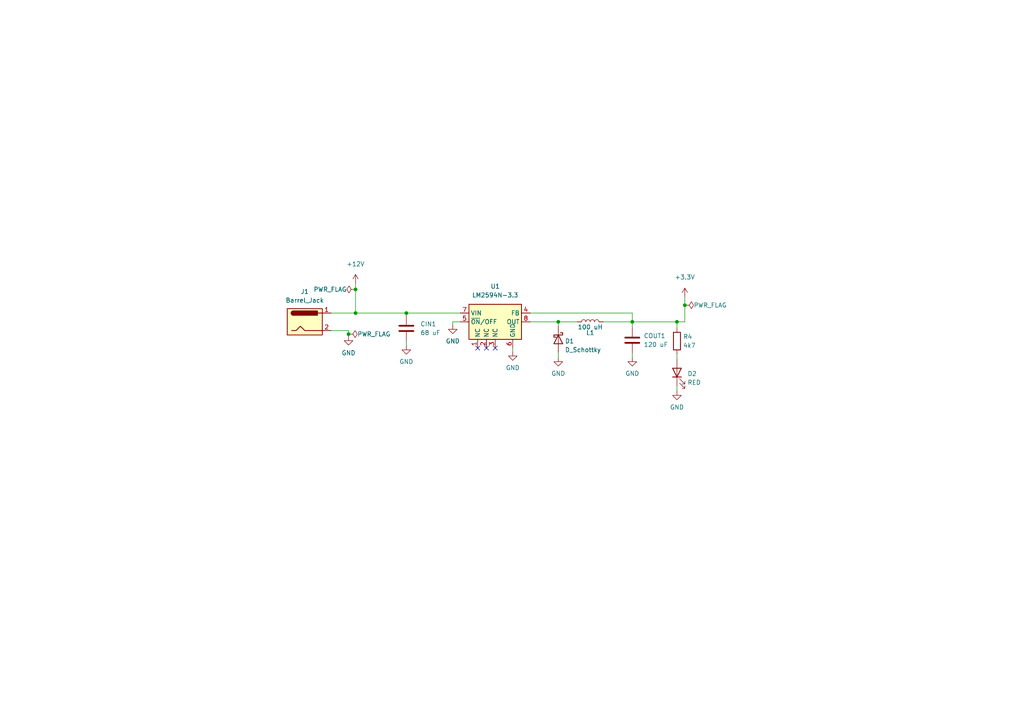
<source format=kicad_sch>
(kicad_sch (version 20211123) (generator eeschema)
  (paper "A4")
  (title_block (title "Power Supply") (date "2024-05-13"))
  (lib_symbols
    (symbol "Connector:Barrel_Jack" (pin_names (offset 1.016))
      (property "Reference" "J" (at 0 5.334 0))
      (property "Value" "Barrel_Jack" (at 0 -5.08 0))
      (symbol "Barrel_Jack_0_1"
        (rectangle (start -5.08 3.81) (end 5.08 -3.81) (stroke (width 0.254)) (fill (type background)))
        (arc (start -3.302 3.175) (mid -3.937 2.54) (end -3.302 1.905) (stroke (width 0.254)))
        (arc (start -3.302 3.175) (mid -3.937 2.54) (end -3.302 1.905) (stroke (width 0.254)) (fill (type outline)))
        (polyline (pts (xy 5.08 2.54) (xy 3.81 2.54)) (stroke (width 0.254)))
        (polyline (pts (xy -3.81 -2.54) (xy -2.54 -2.54) (xy -1.27 -1.27) (xy 0 -2.54) (xy 2.54 -2.54) (xy 5.08 -2.54)) (stroke (width 0.254)))
        (rectangle (start 3.683 3.175) (end -3.302 1.905) (stroke (width 0.254)) (fill (type outline)))
      )
      (symbol "Barrel_Jack_1_1"
        (pin passive line (at 7.62 2.54 180) (length 2.54) (name "~") (number "1"))
        (pin passive line (at 7.62 -2.54 180) (length 2.54) (name "~") (number "2"))
      )
    )
    (symbol "Device:C" (pin_numbers hide) (pin_names (offset 0.254))
      (property "Reference" "C" (at 0.635 2.54 0))
      (property "Value" "C" (at 0.635 -2.54 0))
      (symbol "C_0_1"
        (polyline (pts (xy -2.032 -0.762) (xy 2.032 -0.762)) (stroke (width 0.508)))
        (polyline (pts (xy -2.032 0.762) (xy 2.032 0.762)) (stroke (width 0.508)))
      )
      (symbol "C_1_1"
        (pin passive line (at 0 3.81 270) (length 2.794) (name "~") (number "1"))
        (pin passive line (at 0 -3.81 90) (length 2.794) (name "~") (number "2"))
      )
    )
    (symbol "Device:D_Schottky" (pin_numbers hide) (pin_names (offset 1.016) hide)
      (property "Reference" "D" (at 0 2.54 0))
      (property "Value" "D_Schottky" (at 0 -2.54 0))
      (symbol "D_Schottky_0_1"
        (polyline (pts (xy 1.27 0) (xy -1.27 0)))
        (polyline (pts (xy 1.27 1.27) (xy 1.27 -1.27) (xy -1.27 0) (xy 1.27 1.27)) (stroke (width 0.254)))
        (polyline (pts (xy -1.905 0.635) (xy -1.905 1.27) (xy -1.27 1.27) (xy -1.27 -1.27) (xy -0.635 -1.27) (xy -0.635 -0.635)) (stroke (width 0.254)))
      )
      (symbol "D_Schottky_1_1"
        (pin passive line (at -3.81 0 0) (length 2.54) (name "K") (number "1"))
        (pin passive line (at 3.81 0 180) (length 2.54) (name "A") (number "2"))
      )
    )
    (symbol "Device:L" (pin_numbers hide) (pin_names (offset 1.016) hide)
      (property "Reference" "L" (at -1.27 0 90))
      (property "Value" "L" (at 1.905 0 90))
      (symbol "L_0_1"
        (arc (start 0 -2.54) (mid 0.635 -1.905) (end 0 -1.27))
        (arc (start 0 -1.27) (mid 0.635 -0.635) (end 0 0))
        (arc (start 0 0) (mid 0.635 0.635) (end 0 1.27))
        (arc (start 0 1.27) (mid 0.635 1.905) (end 0 2.54))
      )
      (symbol "L_1_1"
        (pin passive line (at 0 3.81 270) (length 1.27) (name "1") (number "1"))
        (pin passive line (at 0 -3.81 90) (length 1.27) (name "2") (number "2"))
      )
    )
    (symbol "Device:LED" (pin_numbers hide) (pin_names (offset 1.016) hide)
      (property "Reference" "D" (at 0 2.54 0))
      (property "Value" "LED" (at 0 -2.54 0))
      (symbol "LED_0_1"
        (polyline (pts (xy -1.27 -1.27) (xy -1.27 1.27)) (stroke (width 0.254)))
        (polyline (pts (xy -1.27 0) (xy 1.27 0)))
        (polyline (pts (xy 1.27 -1.27) (xy 1.27 1.27) (xy -1.27 0) (xy 1.27 -1.27)) (stroke (width 0.254)))
        (polyline (pts (xy -3.048 -0.762) (xy -4.572 -2.286) (xy -3.81 -2.286) (xy -4.572 -2.286) (xy -4.572 -1.524)))
        (polyline (pts (xy -1.778 -0.762) (xy -3.302 -2.286) (xy -2.54 -2.286) (xy -3.302 -2.286) (xy -3.302 -1.524)))
      )
      (symbol "LED_1_1"
        (pin passive line (at -3.81 0 0) (length 2.54) (name "K") (number "1"))
        (pin passive line (at 3.81 0 180) (length 2.54) (name "A") (number "2"))
      )
    )
    (symbol "Device:R" (pin_numbers hide) (pin_names (offset 0))
      (property "Reference" "R" (at 2.032 0 90))
      (property "Value" "R" (at 0 0 90))
      (symbol "R_0_1"
        (rectangle (start -1.016 -2.54) (end 1.016 2.54) (stroke (width 0.254)))
      )
      (symbol "R_1_1"
        (pin passive line (at 0 3.81 270) (length 1.27) (name "~") (number "1"))
        (pin passive line (at 0 -3.81 90) (length 1.27) (name "~") (number "2"))
      )
    )
    (symbol "Regulator_Switching:LM2594N-3.3"
      (property "Reference" "U" (at -7.62 6.35 0))
      (property "Value" "LM2594N-3.3" (at 0 6.35 0))
      (symbol "LM2594N-3.3_0_1"
        (rectangle (start -7.62 5.08) (end 7.62 -5.08) (stroke (width 0.254)) (fill (type background)))
      )
      (symbol "LM2594N-3.3_1_1"
        (pin passive line (at -5.08 -7.62 90) (length 2.54) (name "NC") (number "1"))
        (pin passive line (at -2.54 -7.62 90) (length 2.54) (name "NC") (number "2"))
        (pin passive line (at 0 -7.62 90) (length 2.54) (name "NC") (number "3"))
        (pin input line (at 10.16 2.54 180) (length 2.54) (name "FB") (number "4"))
        (pin input line (at -10.16 0 0) (length 2.54) (name "~{ON}/OFF") (number "5"))
        (pin power_in line (at 5.08 -7.62 90) (length 2.54) (name "GND") (number "6"))
        (pin power_in line (at -10.16 2.54 0) (length 2.54) (name "VIN") (number "7"))
        (pin output line (at 10.16 0 180) (length 2.54) (name "OUT") (number "8"))
      )
    )
    (symbol "power:+12V" (power) (pin_names (offset 0))
      (property "Value" "+12V" (at 0 3.556 0))
      (symbol "+12V_0_1"
        (polyline (pts (xy -0.762 1.27) (xy 0 2.54)))
        (polyline (pts (xy 0 0) (xy 0 2.54)))
        (polyline (pts (xy 0 2.54) (xy 0.762 1.27)))
      )
      (symbol "+12V_1_1"
        (pin power_in line (at 0 0 90) (length 0) hide (name "+12V") (number "1"))
      )
    )
    (symbol "power:+3.3V" (power) (pin_names (offset 0))
      (property "Value" "+3.3V" (at 0 3.556 0))
      (symbol "+3.3V_0_1"
        (polyline (pts (xy -0.762 1.27) (xy 0 2.54)))
        (polyline (pts (xy 0 0) (xy 0 2.54)))
        (polyline (pts (xy 0 2.54) (xy 0.762 1.27)))
      )
      (symbol "+3.3V_1_1"
        (pin power_in line (at 0 0 90) (length 0) hide (name "+3.3V") (number "1"))
      )
    )
    (symbol "power:GND" (power) (pin_names (offset 0))
      (property "Value" "GND" (at 0 -3.81 0))
      (symbol "GND_0_1"
        (polyline (pts (xy 0 0) (xy 0 -1.27) (xy 1.27 -1.27) (xy 0 -2.54) (xy -1.27 -1.27) (xy 0 -1.27)))
      )
      (symbol "GND_1_1"
        (pin power_in line (at 0 0 270) (length 0) hide (name "GND") (number "1"))
      )
    )
    (symbol "power:PWR_FLAG" (power) (pin_numbers hide) (pin_names (offset 0) hide)
      (property "Value" "PWR_FLAG" (at 0 3.81 0))
      (symbol "PWR_FLAG_0_0"
        (pin power_out line (at 0 0 90) (length 0) (name "pwr") (number "1"))
      )
      (symbol "PWR_FLAG_0_1"
        (polyline (pts (xy 0 0) (xy 0 1.27) (xy -1.016 1.905) (xy 0 2.54) (xy 1.016 1.905) (xy 0 1.27)))
      )
    )
  )
  (junction (at 117.856 90.805))
  (junction (at 101.092 96.901))
  (junction (at 103.124 83.947))
  (junction (at 198.628 88.519))
  (junction (at 183.388 93.345))
  (junction (at 161.925 93.345))
  (junction (at 103.124 90.805))
  (junction (at 196.342 93.345))
  (no_connect (at 138.557 100.965))
  (no_connect (at 143.637 100.965))
  (no_connect (at 141.097 100.965))
  (wire (pts (xy 198.628 88.519) (xy 198.628 93.345)))
  (wire (pts (xy 161.925 93.345) (xy 167.386 93.345)))
  (wire (pts (xy 198.628 86.106) (xy 198.628 88.519)))
  (wire (pts (xy 131.318 93.345) (xy 131.318 94.234)))
  (wire (pts (xy 103.124 90.805) (xy 117.856 90.805)))
  (wire (pts (xy 183.388 93.345) (xy 196.342 93.345)))
  (wire (pts (xy 103.124 83.947) (xy 103.124 90.805)))
  (wire (pts (xy 153.797 93.345) (xy 161.925 93.345)))
  (wire (pts (xy 175.006 93.345) (xy 183.388 93.345)))
  (wire (pts (xy 96.012 90.805) (xy 103.124 90.805)))
  (wire (pts (xy 161.925 102.235) (xy 161.925 103.632)))
  (wire (pts (xy 103.124 82.169) (xy 103.124 83.947)))
  (wire (pts (xy 153.797 90.805) (xy 183.388 90.805)))
  (wire (pts (xy 117.856 99.06) (xy 117.856 100.203)))
  (wire (pts (xy 161.925 93.345) (xy 161.925 94.615)))
  (wire (pts (xy 101.092 95.885) (xy 101.092 96.901)))
  (wire (pts (xy 133.477 93.345) (xy 131.318 93.345)))
  (wire (pts (xy 96.012 95.885) (xy 101.092 95.885)))
  (wire (pts (xy 196.342 111.887) (xy 196.342 113.411)))
  (wire (pts (xy 183.388 93.345) (xy 183.388 94.869)))
  (wire (pts (xy 196.342 93.345) (xy 196.342 95.123)))
  (wire (pts (xy 183.388 102.489) (xy 183.388 103.632)))
  (wire (pts (xy 183.388 90.805) (xy 183.388 93.345)))
  (wire (pts (xy 196.342 102.743) (xy 196.342 104.267)))
  (wire (pts (xy 117.856 90.805) (xy 117.856 91.44)))
  (wire (pts (xy 117.856 90.805) (xy 133.477 90.805)))
  (wire (pts (xy 196.342 93.345) (xy 198.628 93.345)))
  (wire (pts (xy 101.092 96.901) (xy 101.092 97.536)))
  (wire (pts (xy 148.717 100.965) (xy 148.717 101.981)))
  (symbol (lib_id "power:GND") (at 183.388 103.632 0) (unit 1)
    (property "Reference" "#PWR0122" (effects hide))
    (property "Value" "GND" (at 183.388 108.331 0))
  )
  (symbol (lib_id "Device:L") (at 171.196 93.345 90) (unit 1)
    (property "Reference" "L1" (at 171.196 96.52 90))
    (property "Value" "100 uH" (at 171.196 94.869 90))
    (property "Footprint" "Inductor_THT:L_Axial_L9.5mm_D4.0mm_P2.54mm_Vertical_Fastron_SMCC" (effects hide))
  )
  (symbol (lib_id "Device:R") (at 196.342 98.933 0) (unit 1)
    (property "Reference" "R4" (at 198.12 97.6629 0) (effects (justify left)))
    (property "Value" "4k7" (at 198.12 100.2029 0) (effects (justify left)))
    (property "Footprint" "Resistor_SMD:R_4020_10251Metric_Pad1.65x5.30mm_HandSolder" (effects hide))
  )
  (symbol (lib_id "Regulator_Switching:LM2594N-3.3") (at 143.637 93.345 0) (unit 1)
    (property "Reference" "U1" (at 143.637 83.058 0))
    (property "Value" "LM2594N-3.3" (at 143.637 85.598 0))
    (property "Footprint" "Package_DIP:DIP-8_W7.62mm" (effects hide))
    (property "Datasheet" "http://www.ti.com/lit/ds/symlink/lm2594.pdf" (effects hide))
  )
  (symbol (lib_id "power:GND") (at 131.318 94.234 0) (unit 1)
    (property "Reference" "#PWR0120" (effects hide))
    (property "Value" "GND" (at 131.318 98.933 0))
  )
  (symbol (lib_id "Device:D_Schottky") (at 161.925 98.425 270) (unit 1)
    (property "Reference" "D1" (at 163.83 98.933 90) (effects (justify left)))
    (property "Value" "D_Schottky" (at 163.83 101.473 90) (effects (justify left)))
    (property "Footprint" "Diode_SMD:D_3220_8050Metric_Pad2.65x5.15mm_HandSolder" (effects hide))
  )
  (symbol (lib_id "power:PWR_FLAG") (at 198.628 88.519 270) (unit 1)
    (property "Reference" "#FLG0105" (effects hide))
    (property "Value" "PWR_FLAG" (at 205.994 88.519 90))
  )
  (symbol (lib_id "Device:C") (at 117.856 95.25 0) (unit 1)
    (property "Reference" "CIN1" (at 121.92 93.9799 0) (effects (justify left)))
    (property "Value" "68 uF" (at 121.92 96.5199 0) (effects (justify left)))
    (property "Footprint" "Capacitor_SMD:C_3640_9110Metric_Pad2.10x10.45mm_HandSolder" (effects hide))
  )
  (symbol (lib_id "Connector:Barrel_Jack") (at 88.392 93.345 0) (unit 1)
    (property "Reference" "J1" (at 88.392 84.582 0))
    (property "Value" "Barrel_Jack" (at 88.392 87.122 0))
    (property "Footprint" "Connector_BarrelJack:BarrelJack_CUI_PJ-063AH_Horizontal" (effects hide))
  )
  (symbol (lib_id "power:PWR_FLAG") (at 103.124 83.947 90) (unit 1)
    (property "Reference" "#FLG0101" (effects hide))
    (property "Value" "PWR_FLAG" (at 95.758 83.947 90))
  )
  (symbol (lib_id "power:+12V") (at 103.124 82.169 0) (unit 1)
    (property "Reference" "#PWR0126" (effects hide))
    (property "Value" "+12V" (at 103.124 76.581 0))
  )
  (symbol (lib_id "power:GND") (at 101.092 97.536 0) (unit 1)
    (property "Reference" "#PWR0119" (effects hide))
    (property "Value" "GND" (at 101.092 102.362 0))
  )
  (symbol (lib_id "power:+3.3V") (at 198.628 86.106 0) (unit 1)
    (property "Reference" "#PWR0125" (effects hide))
    (property "Value" "+3.3V" (at 198.628 80.391 0))
  )
  (symbol (lib_id "power:GND") (at 161.925 103.632 0) (unit 1)
    (property "Reference" "#PWR0123" (effects hide))
    (property "Value" "GND" (at 161.925 108.331 0))
  )
  (symbol (lib_id "power:GND") (at 117.856 100.203 0) (unit 1)
    (property "Reference" "#PWR0121" (effects hide))
    (property "Value" "GND" (at 117.856 104.902 0))
  )
  (symbol (lib_id "power:GND") (at 196.342 113.411 0) (unit 1)
    (property "Reference" "#PWR0101" (effects hide))
    (property "Value" "GND" (at 196.342 118.11 0))
  )
  (symbol (lib_id "Device:C") (at 183.388 98.679 0) (unit 1)
    (property "Reference" "COUT1" (at 186.69 97.4089 0) (effects (justify left)))
    (property "Value" "120 uF" (at 186.69 99.9489 0) (effects (justify left)))
    (property "Footprint" "Capacitor_SMD:C_3640_9110Metric_Pad2.10x10.45mm_HandSolder" (effects hide))
  )
  (symbol (lib_id "power:GND") (at 148.717 101.981 0) (unit 1)
    (property "Reference" "#PWR0124" (effects hide))
    (property "Value" "GND" (at 148.717 106.68 0))
  )
  (symbol (lib_id "Device:LED") (at 196.342 108.077 90) (unit 1)
    (property "Reference" "D2" (at 199.39 108.3944 90) (effects (justify right)))
    (property "Value" "RED" (at 199.39 110.9344 90) (effects (justify right)))
    (property "Footprint" "LED_SMD:LED_2512_6332Metric_Pad1.52x3.35mm_HandSolder" (effects hide))
  )
  (symbol (lib_id "power:PWR_FLAG") (at 101.092 96.901 270) (unit 1)
    (property "Reference" "#FLG0104" (effects hide))
    (property "Value" "PWR_FLAG" (at 108.458 96.901 90))
  )
)
</source>
